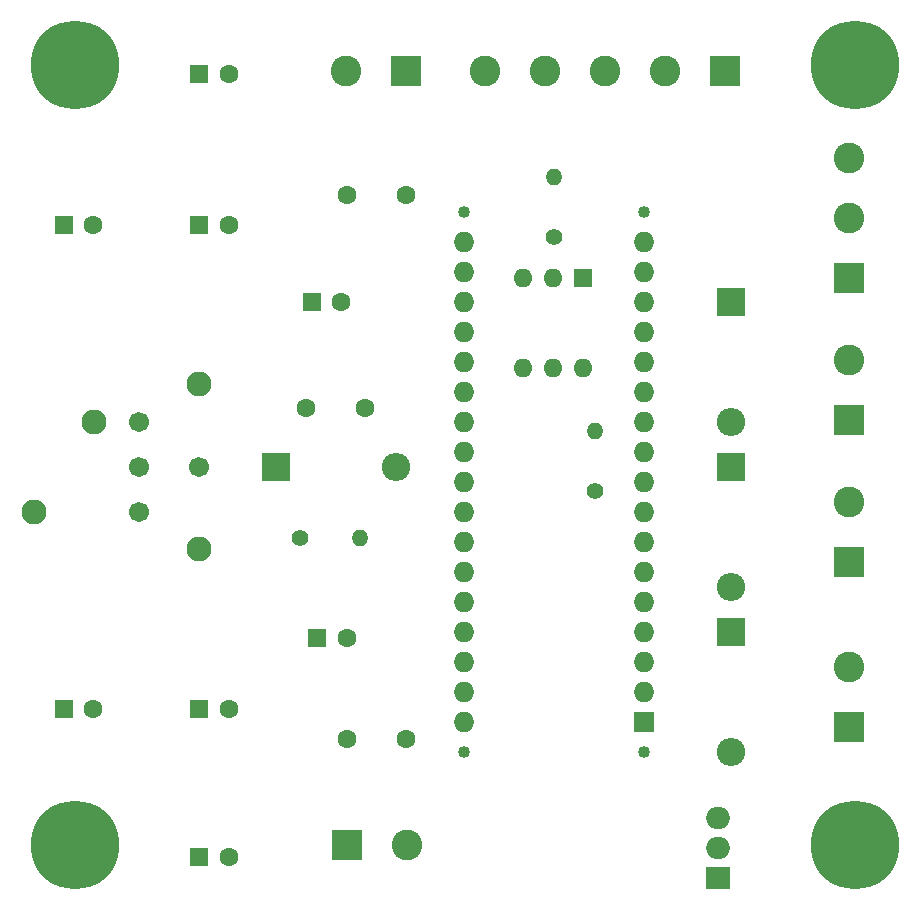
<source format=gbr>
%TF.GenerationSoftware,KiCad,Pcbnew,(5.1.9-0-10_14)*%
%TF.CreationDate,2021-06-30T23:09:00+02:00*%
%TF.ProjectId,kontroller,6b6f6e74-726f-46c6-9c65-722e6b696361,rev?*%
%TF.SameCoordinates,Original*%
%TF.FileFunction,Soldermask,Bot*%
%TF.FilePolarity,Negative*%
%FSLAX46Y46*%
G04 Gerber Fmt 4.6, Leading zero omitted, Abs format (unit mm)*
G04 Created by KiCad (PCBNEW (5.1.9-0-10_14)) date 2021-06-30 23:09:00*
%MOMM*%
%LPD*%
G01*
G04 APERTURE LIST*
%ADD10C,2.600000*%
%ADD11R,2.600000X2.600000*%
%ADD12C,7.500000*%
%ADD13C,2.108200*%
%ADD14C,1.701800*%
%ADD15O,2.000000X1.905000*%
%ADD16R,2.000000X1.905000*%
%ADD17O,1.727200X1.727200*%
%ADD18C,1.016000*%
%ADD19R,1.727200X1.727200*%
%ADD20O,1.600000X1.600000*%
%ADD21R,1.600000X1.600000*%
%ADD22O,1.400000X1.400000*%
%ADD23C,1.400000*%
%ADD24O,2.400000X2.400000*%
%ADD25R,2.400000X2.400000*%
%ADD26C,1.600000*%
G04 APERTURE END LIST*
D10*
%TO.C,LinearActuator101*%
X141680000Y-102500000D03*
X146760000Y-102500000D03*
X151840000Y-102500000D03*
X156920000Y-102500000D03*
D11*
X162000000Y-102500000D03*
%TD*%
D12*
%TO.C,H104*%
X107000000Y-168000000D03*
%TD*%
%TO.C,H103*%
X107000000Y-102000000D03*
%TD*%
%TO.C,H102*%
X173000000Y-168000000D03*
%TD*%
%TO.C,H101*%
X173000000Y-102000000D03*
%TD*%
D13*
%TO.C,J701*%
X108610000Y-132175000D03*
X103530000Y-139795000D03*
D14*
X112420000Y-135985000D03*
D13*
X117500000Y-142970000D03*
D14*
X112420000Y-139795000D03*
X117500000Y-135985000D03*
X112420000Y-132175000D03*
D13*
X117500000Y-129000000D03*
%TD*%
D15*
%TO.C,U102*%
X161400000Y-165720000D03*
X161400000Y-168260000D03*
D16*
X161400000Y-170800000D03*
%TD*%
D17*
%TO.C,XA101*%
X139880000Y-155020000D03*
X139880000Y-137240000D03*
X139880000Y-134700000D03*
X139880000Y-132160000D03*
X139880000Y-129620000D03*
X139880000Y-127080000D03*
X139880000Y-142320000D03*
X155120000Y-119460000D03*
X155120000Y-116920000D03*
X139880000Y-116920000D03*
X139880000Y-122000000D03*
D18*
X139880000Y-114380000D03*
D17*
X155120000Y-122000000D03*
X155120000Y-124540000D03*
X155120000Y-127080000D03*
X155120000Y-129620000D03*
X155120000Y-132160000D03*
X155120000Y-134700000D03*
X155120000Y-137240000D03*
X155120000Y-139780000D03*
X155120000Y-142320000D03*
X155120000Y-152480000D03*
X155120000Y-149940000D03*
X155120000Y-155020000D03*
X139880000Y-147400000D03*
X139880000Y-119460000D03*
X139880000Y-144860000D03*
X139880000Y-149940000D03*
X155120000Y-144860000D03*
X139880000Y-152480000D03*
X139880000Y-124540000D03*
X139880000Y-157560000D03*
D19*
X155120000Y-157560000D03*
D17*
X155120000Y-147400000D03*
X139880000Y-139780000D03*
D18*
X139880000Y-160100000D03*
X155120000Y-114380000D03*
X155120000Y-160100000D03*
%TD*%
D20*
%TO.C,U101*%
X150000000Y-127620000D03*
X144920000Y-120000000D03*
X147460000Y-127620000D03*
X147460000Y-120000000D03*
X144920000Y-127620000D03*
D21*
X150000000Y-120000000D03*
%TD*%
D22*
%TO.C,R701*%
X131080000Y-142000000D03*
D23*
X126000000Y-142000000D03*
%TD*%
D22*
%TO.C,R102*%
X147500000Y-111420000D03*
D23*
X147500000Y-116500000D03*
%TD*%
D22*
%TO.C,R101*%
X151000000Y-132920000D03*
D23*
X151000000Y-138000000D03*
%TD*%
D10*
%TO.C,OUT501*%
X172500000Y-152920000D03*
D11*
X172500000Y-158000000D03*
%TD*%
D10*
%TO.C,POWER801*%
X172500000Y-138920000D03*
D11*
X172500000Y-144000000D03*
%TD*%
D10*
%TO.C,POWER24*%
X129920000Y-102500000D03*
D11*
X135000000Y-102500000D03*
%TD*%
D10*
%TO.C,POWER5*%
X135080000Y-168000000D03*
D11*
X130000000Y-168000000D03*
%TD*%
D10*
%TO.C,OUT201*%
X172500000Y-126920000D03*
D11*
X172500000Y-132000000D03*
%TD*%
D10*
%TO.C,INDEX1*%
X172500000Y-109840000D03*
X172500000Y-114920000D03*
D11*
X172500000Y-120000000D03*
%TD*%
D24*
%TO.C,D901*%
X162500000Y-160160000D03*
D25*
X162500000Y-150000000D03*
%TD*%
D24*
%TO.C,D801*%
X162500000Y-146160000D03*
D25*
X162500000Y-136000000D03*
%TD*%
D24*
%TO.C,D701*%
X134160000Y-136000000D03*
D25*
X124000000Y-136000000D03*
%TD*%
D24*
%TO.C,D201*%
X162500000Y-132160000D03*
D25*
X162500000Y-122000000D03*
%TD*%
D26*
%TO.C,C701*%
X131500000Y-131000000D03*
X126500000Y-131000000D03*
%TD*%
%TO.C,C110*%
X120000000Y-102700000D03*
D21*
X117500000Y-102700000D03*
%TD*%
D26*
%TO.C,C109*%
X108500000Y-115500000D03*
D21*
X106000000Y-115500000D03*
%TD*%
D26*
%TO.C,C108*%
X129500000Y-122000000D03*
D21*
X127000000Y-122000000D03*
%TD*%
D26*
%TO.C,C107*%
X120000000Y-115500000D03*
D21*
X117500000Y-115500000D03*
%TD*%
D26*
%TO.C,C106*%
X130000000Y-113000000D03*
X135000000Y-113000000D03*
%TD*%
%TO.C,C105*%
X120000000Y-169000000D03*
D21*
X117500000Y-169000000D03*
%TD*%
D26*
%TO.C,C104*%
X130000000Y-150500000D03*
D21*
X127500000Y-150500000D03*
%TD*%
D26*
%TO.C,C103*%
X120000000Y-156500000D03*
D21*
X117500000Y-156500000D03*
%TD*%
D26*
%TO.C,C102*%
X108500000Y-156500000D03*
D21*
X106000000Y-156500000D03*
%TD*%
D26*
%TO.C,C101*%
X135000000Y-159000000D03*
X130000000Y-159000000D03*
%TD*%
M02*

</source>
